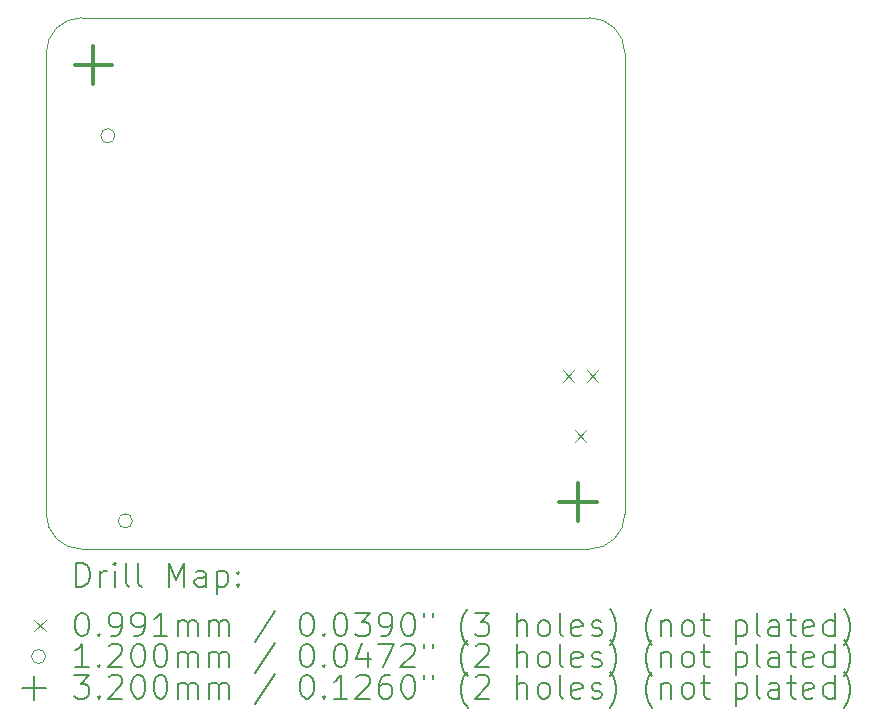
<source format=gbr>
%TF.GenerationSoftware,KiCad,Pcbnew,7.0.8*%
%TF.CreationDate,2023-12-02T17:36:30-07:00*%
%TF.ProjectId,sdm24wheel,73646d32-3477-4686-9565-6c2e6b696361,v1*%
%TF.SameCoordinates,Original*%
%TF.FileFunction,Drillmap*%
%TF.FilePolarity,Positive*%
%FSLAX45Y45*%
G04 Gerber Fmt 4.5, Leading zero omitted, Abs format (unit mm)*
G04 Created by KiCad (PCBNEW 7.0.8) date 2023-12-02 17:36:30*
%MOMM*%
%LPD*%
G01*
G04 APERTURE LIST*
%ADD10C,0.100000*%
%ADD11C,0.200000*%
%ADD12C,0.099060*%
%ADD13C,0.120000*%
%ADD14C,0.320000*%
G04 APERTURE END LIST*
D10*
X15400000Y-7100000D02*
X19700000Y-7100000D01*
X19700000Y-11600000D02*
G75*
G03*
X20000000Y-11300000I0J300000D01*
G01*
X15400000Y-7100000D02*
G75*
G03*
X15100000Y-7400000I0J-300000D01*
G01*
X15100000Y-7400000D02*
X15100000Y-11300000D01*
X20000000Y-7400000D02*
G75*
G03*
X19700000Y-7100000I-300000J0D01*
G01*
X15400000Y-11600000D02*
X19700000Y-11600000D01*
X15100000Y-11300000D02*
G75*
G03*
X15400000Y-11600000I300000J0D01*
G01*
X20000000Y-11300000D02*
X20000000Y-7400000D01*
D11*
D12*
X19472370Y-10083470D02*
X19571430Y-10182530D01*
X19571430Y-10083470D02*
X19472370Y-10182530D01*
X19573970Y-10591470D02*
X19673030Y-10690530D01*
X19673030Y-10591470D02*
X19573970Y-10690530D01*
X19675570Y-10083470D02*
X19774630Y-10182530D01*
X19774630Y-10083470D02*
X19675570Y-10182530D01*
D13*
X15682500Y-8100000D02*
G75*
G03*
X15682500Y-8100000I-60000J0D01*
G01*
X15830000Y-11360000D02*
G75*
G03*
X15830000Y-11360000I-60000J0D01*
G01*
D14*
X15500000Y-7340000D02*
X15500000Y-7660000D01*
X15340000Y-7500000D02*
X15660000Y-7500000D01*
X19600000Y-11040000D02*
X19600000Y-11360000D01*
X19440000Y-11200000D02*
X19760000Y-11200000D01*
D11*
X15355777Y-11916484D02*
X15355777Y-11716484D01*
X15355777Y-11716484D02*
X15403396Y-11716484D01*
X15403396Y-11716484D02*
X15431967Y-11726008D01*
X15431967Y-11726008D02*
X15451015Y-11745055D01*
X15451015Y-11745055D02*
X15460539Y-11764103D01*
X15460539Y-11764103D02*
X15470062Y-11802198D01*
X15470062Y-11802198D02*
X15470062Y-11830769D01*
X15470062Y-11830769D02*
X15460539Y-11868865D01*
X15460539Y-11868865D02*
X15451015Y-11887912D01*
X15451015Y-11887912D02*
X15431967Y-11906960D01*
X15431967Y-11906960D02*
X15403396Y-11916484D01*
X15403396Y-11916484D02*
X15355777Y-11916484D01*
X15555777Y-11916484D02*
X15555777Y-11783150D01*
X15555777Y-11821246D02*
X15565301Y-11802198D01*
X15565301Y-11802198D02*
X15574824Y-11792674D01*
X15574824Y-11792674D02*
X15593872Y-11783150D01*
X15593872Y-11783150D02*
X15612920Y-11783150D01*
X15679586Y-11916484D02*
X15679586Y-11783150D01*
X15679586Y-11716484D02*
X15670062Y-11726008D01*
X15670062Y-11726008D02*
X15679586Y-11735531D01*
X15679586Y-11735531D02*
X15689110Y-11726008D01*
X15689110Y-11726008D02*
X15679586Y-11716484D01*
X15679586Y-11716484D02*
X15679586Y-11735531D01*
X15803396Y-11916484D02*
X15784348Y-11906960D01*
X15784348Y-11906960D02*
X15774824Y-11887912D01*
X15774824Y-11887912D02*
X15774824Y-11716484D01*
X15908158Y-11916484D02*
X15889110Y-11906960D01*
X15889110Y-11906960D02*
X15879586Y-11887912D01*
X15879586Y-11887912D02*
X15879586Y-11716484D01*
X16136729Y-11916484D02*
X16136729Y-11716484D01*
X16136729Y-11716484D02*
X16203396Y-11859341D01*
X16203396Y-11859341D02*
X16270062Y-11716484D01*
X16270062Y-11716484D02*
X16270062Y-11916484D01*
X16451015Y-11916484D02*
X16451015Y-11811722D01*
X16451015Y-11811722D02*
X16441491Y-11792674D01*
X16441491Y-11792674D02*
X16422443Y-11783150D01*
X16422443Y-11783150D02*
X16384348Y-11783150D01*
X16384348Y-11783150D02*
X16365301Y-11792674D01*
X16451015Y-11906960D02*
X16431967Y-11916484D01*
X16431967Y-11916484D02*
X16384348Y-11916484D01*
X16384348Y-11916484D02*
X16365301Y-11906960D01*
X16365301Y-11906960D02*
X16355777Y-11887912D01*
X16355777Y-11887912D02*
X16355777Y-11868865D01*
X16355777Y-11868865D02*
X16365301Y-11849817D01*
X16365301Y-11849817D02*
X16384348Y-11840293D01*
X16384348Y-11840293D02*
X16431967Y-11840293D01*
X16431967Y-11840293D02*
X16451015Y-11830769D01*
X16546253Y-11783150D02*
X16546253Y-11983150D01*
X16546253Y-11792674D02*
X16565301Y-11783150D01*
X16565301Y-11783150D02*
X16603396Y-11783150D01*
X16603396Y-11783150D02*
X16622443Y-11792674D01*
X16622443Y-11792674D02*
X16631967Y-11802198D01*
X16631967Y-11802198D02*
X16641491Y-11821246D01*
X16641491Y-11821246D02*
X16641491Y-11878388D01*
X16641491Y-11878388D02*
X16631967Y-11897436D01*
X16631967Y-11897436D02*
X16622443Y-11906960D01*
X16622443Y-11906960D02*
X16603396Y-11916484D01*
X16603396Y-11916484D02*
X16565301Y-11916484D01*
X16565301Y-11916484D02*
X16546253Y-11906960D01*
X16727205Y-11897436D02*
X16736729Y-11906960D01*
X16736729Y-11906960D02*
X16727205Y-11916484D01*
X16727205Y-11916484D02*
X16717682Y-11906960D01*
X16717682Y-11906960D02*
X16727205Y-11897436D01*
X16727205Y-11897436D02*
X16727205Y-11916484D01*
X16727205Y-11792674D02*
X16736729Y-11802198D01*
X16736729Y-11802198D02*
X16727205Y-11811722D01*
X16727205Y-11811722D02*
X16717682Y-11802198D01*
X16717682Y-11802198D02*
X16727205Y-11792674D01*
X16727205Y-11792674D02*
X16727205Y-11811722D01*
D12*
X14995940Y-12195470D02*
X15095000Y-12294530D01*
X15095000Y-12195470D02*
X14995940Y-12294530D01*
D11*
X15393872Y-12136484D02*
X15412920Y-12136484D01*
X15412920Y-12136484D02*
X15431967Y-12146008D01*
X15431967Y-12146008D02*
X15441491Y-12155531D01*
X15441491Y-12155531D02*
X15451015Y-12174579D01*
X15451015Y-12174579D02*
X15460539Y-12212674D01*
X15460539Y-12212674D02*
X15460539Y-12260293D01*
X15460539Y-12260293D02*
X15451015Y-12298388D01*
X15451015Y-12298388D02*
X15441491Y-12317436D01*
X15441491Y-12317436D02*
X15431967Y-12326960D01*
X15431967Y-12326960D02*
X15412920Y-12336484D01*
X15412920Y-12336484D02*
X15393872Y-12336484D01*
X15393872Y-12336484D02*
X15374824Y-12326960D01*
X15374824Y-12326960D02*
X15365301Y-12317436D01*
X15365301Y-12317436D02*
X15355777Y-12298388D01*
X15355777Y-12298388D02*
X15346253Y-12260293D01*
X15346253Y-12260293D02*
X15346253Y-12212674D01*
X15346253Y-12212674D02*
X15355777Y-12174579D01*
X15355777Y-12174579D02*
X15365301Y-12155531D01*
X15365301Y-12155531D02*
X15374824Y-12146008D01*
X15374824Y-12146008D02*
X15393872Y-12136484D01*
X15546253Y-12317436D02*
X15555777Y-12326960D01*
X15555777Y-12326960D02*
X15546253Y-12336484D01*
X15546253Y-12336484D02*
X15536729Y-12326960D01*
X15536729Y-12326960D02*
X15546253Y-12317436D01*
X15546253Y-12317436D02*
X15546253Y-12336484D01*
X15651015Y-12336484D02*
X15689110Y-12336484D01*
X15689110Y-12336484D02*
X15708158Y-12326960D01*
X15708158Y-12326960D02*
X15717682Y-12317436D01*
X15717682Y-12317436D02*
X15736729Y-12288865D01*
X15736729Y-12288865D02*
X15746253Y-12250769D01*
X15746253Y-12250769D02*
X15746253Y-12174579D01*
X15746253Y-12174579D02*
X15736729Y-12155531D01*
X15736729Y-12155531D02*
X15727205Y-12146008D01*
X15727205Y-12146008D02*
X15708158Y-12136484D01*
X15708158Y-12136484D02*
X15670062Y-12136484D01*
X15670062Y-12136484D02*
X15651015Y-12146008D01*
X15651015Y-12146008D02*
X15641491Y-12155531D01*
X15641491Y-12155531D02*
X15631967Y-12174579D01*
X15631967Y-12174579D02*
X15631967Y-12222198D01*
X15631967Y-12222198D02*
X15641491Y-12241246D01*
X15641491Y-12241246D02*
X15651015Y-12250769D01*
X15651015Y-12250769D02*
X15670062Y-12260293D01*
X15670062Y-12260293D02*
X15708158Y-12260293D01*
X15708158Y-12260293D02*
X15727205Y-12250769D01*
X15727205Y-12250769D02*
X15736729Y-12241246D01*
X15736729Y-12241246D02*
X15746253Y-12222198D01*
X15841491Y-12336484D02*
X15879586Y-12336484D01*
X15879586Y-12336484D02*
X15898634Y-12326960D01*
X15898634Y-12326960D02*
X15908158Y-12317436D01*
X15908158Y-12317436D02*
X15927205Y-12288865D01*
X15927205Y-12288865D02*
X15936729Y-12250769D01*
X15936729Y-12250769D02*
X15936729Y-12174579D01*
X15936729Y-12174579D02*
X15927205Y-12155531D01*
X15927205Y-12155531D02*
X15917682Y-12146008D01*
X15917682Y-12146008D02*
X15898634Y-12136484D01*
X15898634Y-12136484D02*
X15860539Y-12136484D01*
X15860539Y-12136484D02*
X15841491Y-12146008D01*
X15841491Y-12146008D02*
X15831967Y-12155531D01*
X15831967Y-12155531D02*
X15822443Y-12174579D01*
X15822443Y-12174579D02*
X15822443Y-12222198D01*
X15822443Y-12222198D02*
X15831967Y-12241246D01*
X15831967Y-12241246D02*
X15841491Y-12250769D01*
X15841491Y-12250769D02*
X15860539Y-12260293D01*
X15860539Y-12260293D02*
X15898634Y-12260293D01*
X15898634Y-12260293D02*
X15917682Y-12250769D01*
X15917682Y-12250769D02*
X15927205Y-12241246D01*
X15927205Y-12241246D02*
X15936729Y-12222198D01*
X16127205Y-12336484D02*
X16012920Y-12336484D01*
X16070062Y-12336484D02*
X16070062Y-12136484D01*
X16070062Y-12136484D02*
X16051015Y-12165055D01*
X16051015Y-12165055D02*
X16031967Y-12184103D01*
X16031967Y-12184103D02*
X16012920Y-12193627D01*
X16212920Y-12336484D02*
X16212920Y-12203150D01*
X16212920Y-12222198D02*
X16222443Y-12212674D01*
X16222443Y-12212674D02*
X16241491Y-12203150D01*
X16241491Y-12203150D02*
X16270063Y-12203150D01*
X16270063Y-12203150D02*
X16289110Y-12212674D01*
X16289110Y-12212674D02*
X16298634Y-12231722D01*
X16298634Y-12231722D02*
X16298634Y-12336484D01*
X16298634Y-12231722D02*
X16308158Y-12212674D01*
X16308158Y-12212674D02*
X16327205Y-12203150D01*
X16327205Y-12203150D02*
X16355777Y-12203150D01*
X16355777Y-12203150D02*
X16374824Y-12212674D01*
X16374824Y-12212674D02*
X16384348Y-12231722D01*
X16384348Y-12231722D02*
X16384348Y-12336484D01*
X16479586Y-12336484D02*
X16479586Y-12203150D01*
X16479586Y-12222198D02*
X16489110Y-12212674D01*
X16489110Y-12212674D02*
X16508158Y-12203150D01*
X16508158Y-12203150D02*
X16536729Y-12203150D01*
X16536729Y-12203150D02*
X16555777Y-12212674D01*
X16555777Y-12212674D02*
X16565301Y-12231722D01*
X16565301Y-12231722D02*
X16565301Y-12336484D01*
X16565301Y-12231722D02*
X16574824Y-12212674D01*
X16574824Y-12212674D02*
X16593872Y-12203150D01*
X16593872Y-12203150D02*
X16622443Y-12203150D01*
X16622443Y-12203150D02*
X16641491Y-12212674D01*
X16641491Y-12212674D02*
X16651015Y-12231722D01*
X16651015Y-12231722D02*
X16651015Y-12336484D01*
X17041491Y-12126960D02*
X16870063Y-12384103D01*
X17298634Y-12136484D02*
X17317682Y-12136484D01*
X17317682Y-12136484D02*
X17336729Y-12146008D01*
X17336729Y-12146008D02*
X17346253Y-12155531D01*
X17346253Y-12155531D02*
X17355777Y-12174579D01*
X17355777Y-12174579D02*
X17365301Y-12212674D01*
X17365301Y-12212674D02*
X17365301Y-12260293D01*
X17365301Y-12260293D02*
X17355777Y-12298388D01*
X17355777Y-12298388D02*
X17346253Y-12317436D01*
X17346253Y-12317436D02*
X17336729Y-12326960D01*
X17336729Y-12326960D02*
X17317682Y-12336484D01*
X17317682Y-12336484D02*
X17298634Y-12336484D01*
X17298634Y-12336484D02*
X17279587Y-12326960D01*
X17279587Y-12326960D02*
X17270063Y-12317436D01*
X17270063Y-12317436D02*
X17260539Y-12298388D01*
X17260539Y-12298388D02*
X17251015Y-12260293D01*
X17251015Y-12260293D02*
X17251015Y-12212674D01*
X17251015Y-12212674D02*
X17260539Y-12174579D01*
X17260539Y-12174579D02*
X17270063Y-12155531D01*
X17270063Y-12155531D02*
X17279587Y-12146008D01*
X17279587Y-12146008D02*
X17298634Y-12136484D01*
X17451015Y-12317436D02*
X17460539Y-12326960D01*
X17460539Y-12326960D02*
X17451015Y-12336484D01*
X17451015Y-12336484D02*
X17441491Y-12326960D01*
X17441491Y-12326960D02*
X17451015Y-12317436D01*
X17451015Y-12317436D02*
X17451015Y-12336484D01*
X17584348Y-12136484D02*
X17603396Y-12136484D01*
X17603396Y-12136484D02*
X17622444Y-12146008D01*
X17622444Y-12146008D02*
X17631968Y-12155531D01*
X17631968Y-12155531D02*
X17641491Y-12174579D01*
X17641491Y-12174579D02*
X17651015Y-12212674D01*
X17651015Y-12212674D02*
X17651015Y-12260293D01*
X17651015Y-12260293D02*
X17641491Y-12298388D01*
X17641491Y-12298388D02*
X17631968Y-12317436D01*
X17631968Y-12317436D02*
X17622444Y-12326960D01*
X17622444Y-12326960D02*
X17603396Y-12336484D01*
X17603396Y-12336484D02*
X17584348Y-12336484D01*
X17584348Y-12336484D02*
X17565301Y-12326960D01*
X17565301Y-12326960D02*
X17555777Y-12317436D01*
X17555777Y-12317436D02*
X17546253Y-12298388D01*
X17546253Y-12298388D02*
X17536729Y-12260293D01*
X17536729Y-12260293D02*
X17536729Y-12212674D01*
X17536729Y-12212674D02*
X17546253Y-12174579D01*
X17546253Y-12174579D02*
X17555777Y-12155531D01*
X17555777Y-12155531D02*
X17565301Y-12146008D01*
X17565301Y-12146008D02*
X17584348Y-12136484D01*
X17717682Y-12136484D02*
X17841491Y-12136484D01*
X17841491Y-12136484D02*
X17774825Y-12212674D01*
X17774825Y-12212674D02*
X17803396Y-12212674D01*
X17803396Y-12212674D02*
X17822444Y-12222198D01*
X17822444Y-12222198D02*
X17831968Y-12231722D01*
X17831968Y-12231722D02*
X17841491Y-12250769D01*
X17841491Y-12250769D02*
X17841491Y-12298388D01*
X17841491Y-12298388D02*
X17831968Y-12317436D01*
X17831968Y-12317436D02*
X17822444Y-12326960D01*
X17822444Y-12326960D02*
X17803396Y-12336484D01*
X17803396Y-12336484D02*
X17746253Y-12336484D01*
X17746253Y-12336484D02*
X17727206Y-12326960D01*
X17727206Y-12326960D02*
X17717682Y-12317436D01*
X17936729Y-12336484D02*
X17974825Y-12336484D01*
X17974825Y-12336484D02*
X17993872Y-12326960D01*
X17993872Y-12326960D02*
X18003396Y-12317436D01*
X18003396Y-12317436D02*
X18022444Y-12288865D01*
X18022444Y-12288865D02*
X18031968Y-12250769D01*
X18031968Y-12250769D02*
X18031968Y-12174579D01*
X18031968Y-12174579D02*
X18022444Y-12155531D01*
X18022444Y-12155531D02*
X18012920Y-12146008D01*
X18012920Y-12146008D02*
X17993872Y-12136484D01*
X17993872Y-12136484D02*
X17955777Y-12136484D01*
X17955777Y-12136484D02*
X17936729Y-12146008D01*
X17936729Y-12146008D02*
X17927206Y-12155531D01*
X17927206Y-12155531D02*
X17917682Y-12174579D01*
X17917682Y-12174579D02*
X17917682Y-12222198D01*
X17917682Y-12222198D02*
X17927206Y-12241246D01*
X17927206Y-12241246D02*
X17936729Y-12250769D01*
X17936729Y-12250769D02*
X17955777Y-12260293D01*
X17955777Y-12260293D02*
X17993872Y-12260293D01*
X17993872Y-12260293D02*
X18012920Y-12250769D01*
X18012920Y-12250769D02*
X18022444Y-12241246D01*
X18022444Y-12241246D02*
X18031968Y-12222198D01*
X18155777Y-12136484D02*
X18174825Y-12136484D01*
X18174825Y-12136484D02*
X18193872Y-12146008D01*
X18193872Y-12146008D02*
X18203396Y-12155531D01*
X18203396Y-12155531D02*
X18212920Y-12174579D01*
X18212920Y-12174579D02*
X18222444Y-12212674D01*
X18222444Y-12212674D02*
X18222444Y-12260293D01*
X18222444Y-12260293D02*
X18212920Y-12298388D01*
X18212920Y-12298388D02*
X18203396Y-12317436D01*
X18203396Y-12317436D02*
X18193872Y-12326960D01*
X18193872Y-12326960D02*
X18174825Y-12336484D01*
X18174825Y-12336484D02*
X18155777Y-12336484D01*
X18155777Y-12336484D02*
X18136729Y-12326960D01*
X18136729Y-12326960D02*
X18127206Y-12317436D01*
X18127206Y-12317436D02*
X18117682Y-12298388D01*
X18117682Y-12298388D02*
X18108158Y-12260293D01*
X18108158Y-12260293D02*
X18108158Y-12212674D01*
X18108158Y-12212674D02*
X18117682Y-12174579D01*
X18117682Y-12174579D02*
X18127206Y-12155531D01*
X18127206Y-12155531D02*
X18136729Y-12146008D01*
X18136729Y-12146008D02*
X18155777Y-12136484D01*
X18298634Y-12136484D02*
X18298634Y-12174579D01*
X18374825Y-12136484D02*
X18374825Y-12174579D01*
X18670063Y-12412674D02*
X18660539Y-12403150D01*
X18660539Y-12403150D02*
X18641491Y-12374579D01*
X18641491Y-12374579D02*
X18631968Y-12355531D01*
X18631968Y-12355531D02*
X18622444Y-12326960D01*
X18622444Y-12326960D02*
X18612920Y-12279341D01*
X18612920Y-12279341D02*
X18612920Y-12241246D01*
X18612920Y-12241246D02*
X18622444Y-12193627D01*
X18622444Y-12193627D02*
X18631968Y-12165055D01*
X18631968Y-12165055D02*
X18641491Y-12146008D01*
X18641491Y-12146008D02*
X18660539Y-12117436D01*
X18660539Y-12117436D02*
X18670063Y-12107912D01*
X18727206Y-12136484D02*
X18851015Y-12136484D01*
X18851015Y-12136484D02*
X18784349Y-12212674D01*
X18784349Y-12212674D02*
X18812920Y-12212674D01*
X18812920Y-12212674D02*
X18831968Y-12222198D01*
X18831968Y-12222198D02*
X18841491Y-12231722D01*
X18841491Y-12231722D02*
X18851015Y-12250769D01*
X18851015Y-12250769D02*
X18851015Y-12298388D01*
X18851015Y-12298388D02*
X18841491Y-12317436D01*
X18841491Y-12317436D02*
X18831968Y-12326960D01*
X18831968Y-12326960D02*
X18812920Y-12336484D01*
X18812920Y-12336484D02*
X18755777Y-12336484D01*
X18755777Y-12336484D02*
X18736730Y-12326960D01*
X18736730Y-12326960D02*
X18727206Y-12317436D01*
X19089111Y-12336484D02*
X19089111Y-12136484D01*
X19174825Y-12336484D02*
X19174825Y-12231722D01*
X19174825Y-12231722D02*
X19165301Y-12212674D01*
X19165301Y-12212674D02*
X19146253Y-12203150D01*
X19146253Y-12203150D02*
X19117682Y-12203150D01*
X19117682Y-12203150D02*
X19098634Y-12212674D01*
X19098634Y-12212674D02*
X19089111Y-12222198D01*
X19298634Y-12336484D02*
X19279587Y-12326960D01*
X19279587Y-12326960D02*
X19270063Y-12317436D01*
X19270063Y-12317436D02*
X19260539Y-12298388D01*
X19260539Y-12298388D02*
X19260539Y-12241246D01*
X19260539Y-12241246D02*
X19270063Y-12222198D01*
X19270063Y-12222198D02*
X19279587Y-12212674D01*
X19279587Y-12212674D02*
X19298634Y-12203150D01*
X19298634Y-12203150D02*
X19327206Y-12203150D01*
X19327206Y-12203150D02*
X19346253Y-12212674D01*
X19346253Y-12212674D02*
X19355777Y-12222198D01*
X19355777Y-12222198D02*
X19365301Y-12241246D01*
X19365301Y-12241246D02*
X19365301Y-12298388D01*
X19365301Y-12298388D02*
X19355777Y-12317436D01*
X19355777Y-12317436D02*
X19346253Y-12326960D01*
X19346253Y-12326960D02*
X19327206Y-12336484D01*
X19327206Y-12336484D02*
X19298634Y-12336484D01*
X19479587Y-12336484D02*
X19460539Y-12326960D01*
X19460539Y-12326960D02*
X19451015Y-12307912D01*
X19451015Y-12307912D02*
X19451015Y-12136484D01*
X19631968Y-12326960D02*
X19612920Y-12336484D01*
X19612920Y-12336484D02*
X19574825Y-12336484D01*
X19574825Y-12336484D02*
X19555777Y-12326960D01*
X19555777Y-12326960D02*
X19546253Y-12307912D01*
X19546253Y-12307912D02*
X19546253Y-12231722D01*
X19546253Y-12231722D02*
X19555777Y-12212674D01*
X19555777Y-12212674D02*
X19574825Y-12203150D01*
X19574825Y-12203150D02*
X19612920Y-12203150D01*
X19612920Y-12203150D02*
X19631968Y-12212674D01*
X19631968Y-12212674D02*
X19641492Y-12231722D01*
X19641492Y-12231722D02*
X19641492Y-12250769D01*
X19641492Y-12250769D02*
X19546253Y-12269817D01*
X19717682Y-12326960D02*
X19736730Y-12336484D01*
X19736730Y-12336484D02*
X19774825Y-12336484D01*
X19774825Y-12336484D02*
X19793873Y-12326960D01*
X19793873Y-12326960D02*
X19803396Y-12307912D01*
X19803396Y-12307912D02*
X19803396Y-12298388D01*
X19803396Y-12298388D02*
X19793873Y-12279341D01*
X19793873Y-12279341D02*
X19774825Y-12269817D01*
X19774825Y-12269817D02*
X19746253Y-12269817D01*
X19746253Y-12269817D02*
X19727206Y-12260293D01*
X19727206Y-12260293D02*
X19717682Y-12241246D01*
X19717682Y-12241246D02*
X19717682Y-12231722D01*
X19717682Y-12231722D02*
X19727206Y-12212674D01*
X19727206Y-12212674D02*
X19746253Y-12203150D01*
X19746253Y-12203150D02*
X19774825Y-12203150D01*
X19774825Y-12203150D02*
X19793873Y-12212674D01*
X19870063Y-12412674D02*
X19879587Y-12403150D01*
X19879587Y-12403150D02*
X19898634Y-12374579D01*
X19898634Y-12374579D02*
X19908158Y-12355531D01*
X19908158Y-12355531D02*
X19917682Y-12326960D01*
X19917682Y-12326960D02*
X19927206Y-12279341D01*
X19927206Y-12279341D02*
X19927206Y-12241246D01*
X19927206Y-12241246D02*
X19917682Y-12193627D01*
X19917682Y-12193627D02*
X19908158Y-12165055D01*
X19908158Y-12165055D02*
X19898634Y-12146008D01*
X19898634Y-12146008D02*
X19879587Y-12117436D01*
X19879587Y-12117436D02*
X19870063Y-12107912D01*
X20231968Y-12412674D02*
X20222444Y-12403150D01*
X20222444Y-12403150D02*
X20203396Y-12374579D01*
X20203396Y-12374579D02*
X20193873Y-12355531D01*
X20193873Y-12355531D02*
X20184349Y-12326960D01*
X20184349Y-12326960D02*
X20174825Y-12279341D01*
X20174825Y-12279341D02*
X20174825Y-12241246D01*
X20174825Y-12241246D02*
X20184349Y-12193627D01*
X20184349Y-12193627D02*
X20193873Y-12165055D01*
X20193873Y-12165055D02*
X20203396Y-12146008D01*
X20203396Y-12146008D02*
X20222444Y-12117436D01*
X20222444Y-12117436D02*
X20231968Y-12107912D01*
X20308158Y-12203150D02*
X20308158Y-12336484D01*
X20308158Y-12222198D02*
X20317682Y-12212674D01*
X20317682Y-12212674D02*
X20336730Y-12203150D01*
X20336730Y-12203150D02*
X20365301Y-12203150D01*
X20365301Y-12203150D02*
X20384349Y-12212674D01*
X20384349Y-12212674D02*
X20393873Y-12231722D01*
X20393873Y-12231722D02*
X20393873Y-12336484D01*
X20517682Y-12336484D02*
X20498634Y-12326960D01*
X20498634Y-12326960D02*
X20489111Y-12317436D01*
X20489111Y-12317436D02*
X20479587Y-12298388D01*
X20479587Y-12298388D02*
X20479587Y-12241246D01*
X20479587Y-12241246D02*
X20489111Y-12222198D01*
X20489111Y-12222198D02*
X20498634Y-12212674D01*
X20498634Y-12212674D02*
X20517682Y-12203150D01*
X20517682Y-12203150D02*
X20546254Y-12203150D01*
X20546254Y-12203150D02*
X20565301Y-12212674D01*
X20565301Y-12212674D02*
X20574825Y-12222198D01*
X20574825Y-12222198D02*
X20584349Y-12241246D01*
X20584349Y-12241246D02*
X20584349Y-12298388D01*
X20584349Y-12298388D02*
X20574825Y-12317436D01*
X20574825Y-12317436D02*
X20565301Y-12326960D01*
X20565301Y-12326960D02*
X20546254Y-12336484D01*
X20546254Y-12336484D02*
X20517682Y-12336484D01*
X20641492Y-12203150D02*
X20717682Y-12203150D01*
X20670063Y-12136484D02*
X20670063Y-12307912D01*
X20670063Y-12307912D02*
X20679587Y-12326960D01*
X20679587Y-12326960D02*
X20698634Y-12336484D01*
X20698634Y-12336484D02*
X20717682Y-12336484D01*
X20936730Y-12203150D02*
X20936730Y-12403150D01*
X20936730Y-12212674D02*
X20955777Y-12203150D01*
X20955777Y-12203150D02*
X20993873Y-12203150D01*
X20993873Y-12203150D02*
X21012920Y-12212674D01*
X21012920Y-12212674D02*
X21022444Y-12222198D01*
X21022444Y-12222198D02*
X21031968Y-12241246D01*
X21031968Y-12241246D02*
X21031968Y-12298388D01*
X21031968Y-12298388D02*
X21022444Y-12317436D01*
X21022444Y-12317436D02*
X21012920Y-12326960D01*
X21012920Y-12326960D02*
X20993873Y-12336484D01*
X20993873Y-12336484D02*
X20955777Y-12336484D01*
X20955777Y-12336484D02*
X20936730Y-12326960D01*
X21146254Y-12336484D02*
X21127206Y-12326960D01*
X21127206Y-12326960D02*
X21117682Y-12307912D01*
X21117682Y-12307912D02*
X21117682Y-12136484D01*
X21308158Y-12336484D02*
X21308158Y-12231722D01*
X21308158Y-12231722D02*
X21298635Y-12212674D01*
X21298635Y-12212674D02*
X21279587Y-12203150D01*
X21279587Y-12203150D02*
X21241492Y-12203150D01*
X21241492Y-12203150D02*
X21222444Y-12212674D01*
X21308158Y-12326960D02*
X21289111Y-12336484D01*
X21289111Y-12336484D02*
X21241492Y-12336484D01*
X21241492Y-12336484D02*
X21222444Y-12326960D01*
X21222444Y-12326960D02*
X21212920Y-12307912D01*
X21212920Y-12307912D02*
X21212920Y-12288865D01*
X21212920Y-12288865D02*
X21222444Y-12269817D01*
X21222444Y-12269817D02*
X21241492Y-12260293D01*
X21241492Y-12260293D02*
X21289111Y-12260293D01*
X21289111Y-12260293D02*
X21308158Y-12250769D01*
X21374825Y-12203150D02*
X21451015Y-12203150D01*
X21403396Y-12136484D02*
X21403396Y-12307912D01*
X21403396Y-12307912D02*
X21412920Y-12326960D01*
X21412920Y-12326960D02*
X21431968Y-12336484D01*
X21431968Y-12336484D02*
X21451015Y-12336484D01*
X21593873Y-12326960D02*
X21574825Y-12336484D01*
X21574825Y-12336484D02*
X21536730Y-12336484D01*
X21536730Y-12336484D02*
X21517682Y-12326960D01*
X21517682Y-12326960D02*
X21508158Y-12307912D01*
X21508158Y-12307912D02*
X21508158Y-12231722D01*
X21508158Y-12231722D02*
X21517682Y-12212674D01*
X21517682Y-12212674D02*
X21536730Y-12203150D01*
X21536730Y-12203150D02*
X21574825Y-12203150D01*
X21574825Y-12203150D02*
X21593873Y-12212674D01*
X21593873Y-12212674D02*
X21603396Y-12231722D01*
X21603396Y-12231722D02*
X21603396Y-12250769D01*
X21603396Y-12250769D02*
X21508158Y-12269817D01*
X21774825Y-12336484D02*
X21774825Y-12136484D01*
X21774825Y-12326960D02*
X21755777Y-12336484D01*
X21755777Y-12336484D02*
X21717682Y-12336484D01*
X21717682Y-12336484D02*
X21698635Y-12326960D01*
X21698635Y-12326960D02*
X21689111Y-12317436D01*
X21689111Y-12317436D02*
X21679587Y-12298388D01*
X21679587Y-12298388D02*
X21679587Y-12241246D01*
X21679587Y-12241246D02*
X21689111Y-12222198D01*
X21689111Y-12222198D02*
X21698635Y-12212674D01*
X21698635Y-12212674D02*
X21717682Y-12203150D01*
X21717682Y-12203150D02*
X21755777Y-12203150D01*
X21755777Y-12203150D02*
X21774825Y-12212674D01*
X21851016Y-12412674D02*
X21860539Y-12403150D01*
X21860539Y-12403150D02*
X21879587Y-12374579D01*
X21879587Y-12374579D02*
X21889111Y-12355531D01*
X21889111Y-12355531D02*
X21898635Y-12326960D01*
X21898635Y-12326960D02*
X21908158Y-12279341D01*
X21908158Y-12279341D02*
X21908158Y-12241246D01*
X21908158Y-12241246D02*
X21898635Y-12193627D01*
X21898635Y-12193627D02*
X21889111Y-12165055D01*
X21889111Y-12165055D02*
X21879587Y-12146008D01*
X21879587Y-12146008D02*
X21860539Y-12117436D01*
X21860539Y-12117436D02*
X21851016Y-12107912D01*
D13*
X15095000Y-12509000D02*
G75*
G03*
X15095000Y-12509000I-60000J0D01*
G01*
D11*
X15460539Y-12600484D02*
X15346253Y-12600484D01*
X15403396Y-12600484D02*
X15403396Y-12400484D01*
X15403396Y-12400484D02*
X15384348Y-12429055D01*
X15384348Y-12429055D02*
X15365301Y-12448103D01*
X15365301Y-12448103D02*
X15346253Y-12457627D01*
X15546253Y-12581436D02*
X15555777Y-12590960D01*
X15555777Y-12590960D02*
X15546253Y-12600484D01*
X15546253Y-12600484D02*
X15536729Y-12590960D01*
X15536729Y-12590960D02*
X15546253Y-12581436D01*
X15546253Y-12581436D02*
X15546253Y-12600484D01*
X15631967Y-12419531D02*
X15641491Y-12410008D01*
X15641491Y-12410008D02*
X15660539Y-12400484D01*
X15660539Y-12400484D02*
X15708158Y-12400484D01*
X15708158Y-12400484D02*
X15727205Y-12410008D01*
X15727205Y-12410008D02*
X15736729Y-12419531D01*
X15736729Y-12419531D02*
X15746253Y-12438579D01*
X15746253Y-12438579D02*
X15746253Y-12457627D01*
X15746253Y-12457627D02*
X15736729Y-12486198D01*
X15736729Y-12486198D02*
X15622443Y-12600484D01*
X15622443Y-12600484D02*
X15746253Y-12600484D01*
X15870062Y-12400484D02*
X15889110Y-12400484D01*
X15889110Y-12400484D02*
X15908158Y-12410008D01*
X15908158Y-12410008D02*
X15917682Y-12419531D01*
X15917682Y-12419531D02*
X15927205Y-12438579D01*
X15927205Y-12438579D02*
X15936729Y-12476674D01*
X15936729Y-12476674D02*
X15936729Y-12524293D01*
X15936729Y-12524293D02*
X15927205Y-12562388D01*
X15927205Y-12562388D02*
X15917682Y-12581436D01*
X15917682Y-12581436D02*
X15908158Y-12590960D01*
X15908158Y-12590960D02*
X15889110Y-12600484D01*
X15889110Y-12600484D02*
X15870062Y-12600484D01*
X15870062Y-12600484D02*
X15851015Y-12590960D01*
X15851015Y-12590960D02*
X15841491Y-12581436D01*
X15841491Y-12581436D02*
X15831967Y-12562388D01*
X15831967Y-12562388D02*
X15822443Y-12524293D01*
X15822443Y-12524293D02*
X15822443Y-12476674D01*
X15822443Y-12476674D02*
X15831967Y-12438579D01*
X15831967Y-12438579D02*
X15841491Y-12419531D01*
X15841491Y-12419531D02*
X15851015Y-12410008D01*
X15851015Y-12410008D02*
X15870062Y-12400484D01*
X16060539Y-12400484D02*
X16079586Y-12400484D01*
X16079586Y-12400484D02*
X16098634Y-12410008D01*
X16098634Y-12410008D02*
X16108158Y-12419531D01*
X16108158Y-12419531D02*
X16117682Y-12438579D01*
X16117682Y-12438579D02*
X16127205Y-12476674D01*
X16127205Y-12476674D02*
X16127205Y-12524293D01*
X16127205Y-12524293D02*
X16117682Y-12562388D01*
X16117682Y-12562388D02*
X16108158Y-12581436D01*
X16108158Y-12581436D02*
X16098634Y-12590960D01*
X16098634Y-12590960D02*
X16079586Y-12600484D01*
X16079586Y-12600484D02*
X16060539Y-12600484D01*
X16060539Y-12600484D02*
X16041491Y-12590960D01*
X16041491Y-12590960D02*
X16031967Y-12581436D01*
X16031967Y-12581436D02*
X16022443Y-12562388D01*
X16022443Y-12562388D02*
X16012920Y-12524293D01*
X16012920Y-12524293D02*
X16012920Y-12476674D01*
X16012920Y-12476674D02*
X16022443Y-12438579D01*
X16022443Y-12438579D02*
X16031967Y-12419531D01*
X16031967Y-12419531D02*
X16041491Y-12410008D01*
X16041491Y-12410008D02*
X16060539Y-12400484D01*
X16212920Y-12600484D02*
X16212920Y-12467150D01*
X16212920Y-12486198D02*
X16222443Y-12476674D01*
X16222443Y-12476674D02*
X16241491Y-12467150D01*
X16241491Y-12467150D02*
X16270063Y-12467150D01*
X16270063Y-12467150D02*
X16289110Y-12476674D01*
X16289110Y-12476674D02*
X16298634Y-12495722D01*
X16298634Y-12495722D02*
X16298634Y-12600484D01*
X16298634Y-12495722D02*
X16308158Y-12476674D01*
X16308158Y-12476674D02*
X16327205Y-12467150D01*
X16327205Y-12467150D02*
X16355777Y-12467150D01*
X16355777Y-12467150D02*
X16374824Y-12476674D01*
X16374824Y-12476674D02*
X16384348Y-12495722D01*
X16384348Y-12495722D02*
X16384348Y-12600484D01*
X16479586Y-12600484D02*
X16479586Y-12467150D01*
X16479586Y-12486198D02*
X16489110Y-12476674D01*
X16489110Y-12476674D02*
X16508158Y-12467150D01*
X16508158Y-12467150D02*
X16536729Y-12467150D01*
X16536729Y-12467150D02*
X16555777Y-12476674D01*
X16555777Y-12476674D02*
X16565301Y-12495722D01*
X16565301Y-12495722D02*
X16565301Y-12600484D01*
X16565301Y-12495722D02*
X16574824Y-12476674D01*
X16574824Y-12476674D02*
X16593872Y-12467150D01*
X16593872Y-12467150D02*
X16622443Y-12467150D01*
X16622443Y-12467150D02*
X16641491Y-12476674D01*
X16641491Y-12476674D02*
X16651015Y-12495722D01*
X16651015Y-12495722D02*
X16651015Y-12600484D01*
X17041491Y-12390960D02*
X16870063Y-12648103D01*
X17298634Y-12400484D02*
X17317682Y-12400484D01*
X17317682Y-12400484D02*
X17336729Y-12410008D01*
X17336729Y-12410008D02*
X17346253Y-12419531D01*
X17346253Y-12419531D02*
X17355777Y-12438579D01*
X17355777Y-12438579D02*
X17365301Y-12476674D01*
X17365301Y-12476674D02*
X17365301Y-12524293D01*
X17365301Y-12524293D02*
X17355777Y-12562388D01*
X17355777Y-12562388D02*
X17346253Y-12581436D01*
X17346253Y-12581436D02*
X17336729Y-12590960D01*
X17336729Y-12590960D02*
X17317682Y-12600484D01*
X17317682Y-12600484D02*
X17298634Y-12600484D01*
X17298634Y-12600484D02*
X17279587Y-12590960D01*
X17279587Y-12590960D02*
X17270063Y-12581436D01*
X17270063Y-12581436D02*
X17260539Y-12562388D01*
X17260539Y-12562388D02*
X17251015Y-12524293D01*
X17251015Y-12524293D02*
X17251015Y-12476674D01*
X17251015Y-12476674D02*
X17260539Y-12438579D01*
X17260539Y-12438579D02*
X17270063Y-12419531D01*
X17270063Y-12419531D02*
X17279587Y-12410008D01*
X17279587Y-12410008D02*
X17298634Y-12400484D01*
X17451015Y-12581436D02*
X17460539Y-12590960D01*
X17460539Y-12590960D02*
X17451015Y-12600484D01*
X17451015Y-12600484D02*
X17441491Y-12590960D01*
X17441491Y-12590960D02*
X17451015Y-12581436D01*
X17451015Y-12581436D02*
X17451015Y-12600484D01*
X17584348Y-12400484D02*
X17603396Y-12400484D01*
X17603396Y-12400484D02*
X17622444Y-12410008D01*
X17622444Y-12410008D02*
X17631968Y-12419531D01*
X17631968Y-12419531D02*
X17641491Y-12438579D01*
X17641491Y-12438579D02*
X17651015Y-12476674D01*
X17651015Y-12476674D02*
X17651015Y-12524293D01*
X17651015Y-12524293D02*
X17641491Y-12562388D01*
X17641491Y-12562388D02*
X17631968Y-12581436D01*
X17631968Y-12581436D02*
X17622444Y-12590960D01*
X17622444Y-12590960D02*
X17603396Y-12600484D01*
X17603396Y-12600484D02*
X17584348Y-12600484D01*
X17584348Y-12600484D02*
X17565301Y-12590960D01*
X17565301Y-12590960D02*
X17555777Y-12581436D01*
X17555777Y-12581436D02*
X17546253Y-12562388D01*
X17546253Y-12562388D02*
X17536729Y-12524293D01*
X17536729Y-12524293D02*
X17536729Y-12476674D01*
X17536729Y-12476674D02*
X17546253Y-12438579D01*
X17546253Y-12438579D02*
X17555777Y-12419531D01*
X17555777Y-12419531D02*
X17565301Y-12410008D01*
X17565301Y-12410008D02*
X17584348Y-12400484D01*
X17822444Y-12467150D02*
X17822444Y-12600484D01*
X17774825Y-12390960D02*
X17727206Y-12533817D01*
X17727206Y-12533817D02*
X17851015Y-12533817D01*
X17908158Y-12400484D02*
X18041491Y-12400484D01*
X18041491Y-12400484D02*
X17955777Y-12600484D01*
X18108158Y-12419531D02*
X18117682Y-12410008D01*
X18117682Y-12410008D02*
X18136729Y-12400484D01*
X18136729Y-12400484D02*
X18184349Y-12400484D01*
X18184349Y-12400484D02*
X18203396Y-12410008D01*
X18203396Y-12410008D02*
X18212920Y-12419531D01*
X18212920Y-12419531D02*
X18222444Y-12438579D01*
X18222444Y-12438579D02*
X18222444Y-12457627D01*
X18222444Y-12457627D02*
X18212920Y-12486198D01*
X18212920Y-12486198D02*
X18098634Y-12600484D01*
X18098634Y-12600484D02*
X18222444Y-12600484D01*
X18298634Y-12400484D02*
X18298634Y-12438579D01*
X18374825Y-12400484D02*
X18374825Y-12438579D01*
X18670063Y-12676674D02*
X18660539Y-12667150D01*
X18660539Y-12667150D02*
X18641491Y-12638579D01*
X18641491Y-12638579D02*
X18631968Y-12619531D01*
X18631968Y-12619531D02*
X18622444Y-12590960D01*
X18622444Y-12590960D02*
X18612920Y-12543341D01*
X18612920Y-12543341D02*
X18612920Y-12505246D01*
X18612920Y-12505246D02*
X18622444Y-12457627D01*
X18622444Y-12457627D02*
X18631968Y-12429055D01*
X18631968Y-12429055D02*
X18641491Y-12410008D01*
X18641491Y-12410008D02*
X18660539Y-12381436D01*
X18660539Y-12381436D02*
X18670063Y-12371912D01*
X18736730Y-12419531D02*
X18746253Y-12410008D01*
X18746253Y-12410008D02*
X18765301Y-12400484D01*
X18765301Y-12400484D02*
X18812920Y-12400484D01*
X18812920Y-12400484D02*
X18831968Y-12410008D01*
X18831968Y-12410008D02*
X18841491Y-12419531D01*
X18841491Y-12419531D02*
X18851015Y-12438579D01*
X18851015Y-12438579D02*
X18851015Y-12457627D01*
X18851015Y-12457627D02*
X18841491Y-12486198D01*
X18841491Y-12486198D02*
X18727206Y-12600484D01*
X18727206Y-12600484D02*
X18851015Y-12600484D01*
X19089111Y-12600484D02*
X19089111Y-12400484D01*
X19174825Y-12600484D02*
X19174825Y-12495722D01*
X19174825Y-12495722D02*
X19165301Y-12476674D01*
X19165301Y-12476674D02*
X19146253Y-12467150D01*
X19146253Y-12467150D02*
X19117682Y-12467150D01*
X19117682Y-12467150D02*
X19098634Y-12476674D01*
X19098634Y-12476674D02*
X19089111Y-12486198D01*
X19298634Y-12600484D02*
X19279587Y-12590960D01*
X19279587Y-12590960D02*
X19270063Y-12581436D01*
X19270063Y-12581436D02*
X19260539Y-12562388D01*
X19260539Y-12562388D02*
X19260539Y-12505246D01*
X19260539Y-12505246D02*
X19270063Y-12486198D01*
X19270063Y-12486198D02*
X19279587Y-12476674D01*
X19279587Y-12476674D02*
X19298634Y-12467150D01*
X19298634Y-12467150D02*
X19327206Y-12467150D01*
X19327206Y-12467150D02*
X19346253Y-12476674D01*
X19346253Y-12476674D02*
X19355777Y-12486198D01*
X19355777Y-12486198D02*
X19365301Y-12505246D01*
X19365301Y-12505246D02*
X19365301Y-12562388D01*
X19365301Y-12562388D02*
X19355777Y-12581436D01*
X19355777Y-12581436D02*
X19346253Y-12590960D01*
X19346253Y-12590960D02*
X19327206Y-12600484D01*
X19327206Y-12600484D02*
X19298634Y-12600484D01*
X19479587Y-12600484D02*
X19460539Y-12590960D01*
X19460539Y-12590960D02*
X19451015Y-12571912D01*
X19451015Y-12571912D02*
X19451015Y-12400484D01*
X19631968Y-12590960D02*
X19612920Y-12600484D01*
X19612920Y-12600484D02*
X19574825Y-12600484D01*
X19574825Y-12600484D02*
X19555777Y-12590960D01*
X19555777Y-12590960D02*
X19546253Y-12571912D01*
X19546253Y-12571912D02*
X19546253Y-12495722D01*
X19546253Y-12495722D02*
X19555777Y-12476674D01*
X19555777Y-12476674D02*
X19574825Y-12467150D01*
X19574825Y-12467150D02*
X19612920Y-12467150D01*
X19612920Y-12467150D02*
X19631968Y-12476674D01*
X19631968Y-12476674D02*
X19641492Y-12495722D01*
X19641492Y-12495722D02*
X19641492Y-12514769D01*
X19641492Y-12514769D02*
X19546253Y-12533817D01*
X19717682Y-12590960D02*
X19736730Y-12600484D01*
X19736730Y-12600484D02*
X19774825Y-12600484D01*
X19774825Y-12600484D02*
X19793873Y-12590960D01*
X19793873Y-12590960D02*
X19803396Y-12571912D01*
X19803396Y-12571912D02*
X19803396Y-12562388D01*
X19803396Y-12562388D02*
X19793873Y-12543341D01*
X19793873Y-12543341D02*
X19774825Y-12533817D01*
X19774825Y-12533817D02*
X19746253Y-12533817D01*
X19746253Y-12533817D02*
X19727206Y-12524293D01*
X19727206Y-12524293D02*
X19717682Y-12505246D01*
X19717682Y-12505246D02*
X19717682Y-12495722D01*
X19717682Y-12495722D02*
X19727206Y-12476674D01*
X19727206Y-12476674D02*
X19746253Y-12467150D01*
X19746253Y-12467150D02*
X19774825Y-12467150D01*
X19774825Y-12467150D02*
X19793873Y-12476674D01*
X19870063Y-12676674D02*
X19879587Y-12667150D01*
X19879587Y-12667150D02*
X19898634Y-12638579D01*
X19898634Y-12638579D02*
X19908158Y-12619531D01*
X19908158Y-12619531D02*
X19917682Y-12590960D01*
X19917682Y-12590960D02*
X19927206Y-12543341D01*
X19927206Y-12543341D02*
X19927206Y-12505246D01*
X19927206Y-12505246D02*
X19917682Y-12457627D01*
X19917682Y-12457627D02*
X19908158Y-12429055D01*
X19908158Y-12429055D02*
X19898634Y-12410008D01*
X19898634Y-12410008D02*
X19879587Y-12381436D01*
X19879587Y-12381436D02*
X19870063Y-12371912D01*
X20231968Y-12676674D02*
X20222444Y-12667150D01*
X20222444Y-12667150D02*
X20203396Y-12638579D01*
X20203396Y-12638579D02*
X20193873Y-12619531D01*
X20193873Y-12619531D02*
X20184349Y-12590960D01*
X20184349Y-12590960D02*
X20174825Y-12543341D01*
X20174825Y-12543341D02*
X20174825Y-12505246D01*
X20174825Y-12505246D02*
X20184349Y-12457627D01*
X20184349Y-12457627D02*
X20193873Y-12429055D01*
X20193873Y-12429055D02*
X20203396Y-12410008D01*
X20203396Y-12410008D02*
X20222444Y-12381436D01*
X20222444Y-12381436D02*
X20231968Y-12371912D01*
X20308158Y-12467150D02*
X20308158Y-12600484D01*
X20308158Y-12486198D02*
X20317682Y-12476674D01*
X20317682Y-12476674D02*
X20336730Y-12467150D01*
X20336730Y-12467150D02*
X20365301Y-12467150D01*
X20365301Y-12467150D02*
X20384349Y-12476674D01*
X20384349Y-12476674D02*
X20393873Y-12495722D01*
X20393873Y-12495722D02*
X20393873Y-12600484D01*
X20517682Y-12600484D02*
X20498634Y-12590960D01*
X20498634Y-12590960D02*
X20489111Y-12581436D01*
X20489111Y-12581436D02*
X20479587Y-12562388D01*
X20479587Y-12562388D02*
X20479587Y-12505246D01*
X20479587Y-12505246D02*
X20489111Y-12486198D01*
X20489111Y-12486198D02*
X20498634Y-12476674D01*
X20498634Y-12476674D02*
X20517682Y-12467150D01*
X20517682Y-12467150D02*
X20546254Y-12467150D01*
X20546254Y-12467150D02*
X20565301Y-12476674D01*
X20565301Y-12476674D02*
X20574825Y-12486198D01*
X20574825Y-12486198D02*
X20584349Y-12505246D01*
X20584349Y-12505246D02*
X20584349Y-12562388D01*
X20584349Y-12562388D02*
X20574825Y-12581436D01*
X20574825Y-12581436D02*
X20565301Y-12590960D01*
X20565301Y-12590960D02*
X20546254Y-12600484D01*
X20546254Y-12600484D02*
X20517682Y-12600484D01*
X20641492Y-12467150D02*
X20717682Y-12467150D01*
X20670063Y-12400484D02*
X20670063Y-12571912D01*
X20670063Y-12571912D02*
X20679587Y-12590960D01*
X20679587Y-12590960D02*
X20698634Y-12600484D01*
X20698634Y-12600484D02*
X20717682Y-12600484D01*
X20936730Y-12467150D02*
X20936730Y-12667150D01*
X20936730Y-12476674D02*
X20955777Y-12467150D01*
X20955777Y-12467150D02*
X20993873Y-12467150D01*
X20993873Y-12467150D02*
X21012920Y-12476674D01*
X21012920Y-12476674D02*
X21022444Y-12486198D01*
X21022444Y-12486198D02*
X21031968Y-12505246D01*
X21031968Y-12505246D02*
X21031968Y-12562388D01*
X21031968Y-12562388D02*
X21022444Y-12581436D01*
X21022444Y-12581436D02*
X21012920Y-12590960D01*
X21012920Y-12590960D02*
X20993873Y-12600484D01*
X20993873Y-12600484D02*
X20955777Y-12600484D01*
X20955777Y-12600484D02*
X20936730Y-12590960D01*
X21146254Y-12600484D02*
X21127206Y-12590960D01*
X21127206Y-12590960D02*
X21117682Y-12571912D01*
X21117682Y-12571912D02*
X21117682Y-12400484D01*
X21308158Y-12600484D02*
X21308158Y-12495722D01*
X21308158Y-12495722D02*
X21298635Y-12476674D01*
X21298635Y-12476674D02*
X21279587Y-12467150D01*
X21279587Y-12467150D02*
X21241492Y-12467150D01*
X21241492Y-12467150D02*
X21222444Y-12476674D01*
X21308158Y-12590960D02*
X21289111Y-12600484D01*
X21289111Y-12600484D02*
X21241492Y-12600484D01*
X21241492Y-12600484D02*
X21222444Y-12590960D01*
X21222444Y-12590960D02*
X21212920Y-12571912D01*
X21212920Y-12571912D02*
X21212920Y-12552865D01*
X21212920Y-12552865D02*
X21222444Y-12533817D01*
X21222444Y-12533817D02*
X21241492Y-12524293D01*
X21241492Y-12524293D02*
X21289111Y-12524293D01*
X21289111Y-12524293D02*
X21308158Y-12514769D01*
X21374825Y-12467150D02*
X21451015Y-12467150D01*
X21403396Y-12400484D02*
X21403396Y-12571912D01*
X21403396Y-12571912D02*
X21412920Y-12590960D01*
X21412920Y-12590960D02*
X21431968Y-12600484D01*
X21431968Y-12600484D02*
X21451015Y-12600484D01*
X21593873Y-12590960D02*
X21574825Y-12600484D01*
X21574825Y-12600484D02*
X21536730Y-12600484D01*
X21536730Y-12600484D02*
X21517682Y-12590960D01*
X21517682Y-12590960D02*
X21508158Y-12571912D01*
X21508158Y-12571912D02*
X21508158Y-12495722D01*
X21508158Y-12495722D02*
X21517682Y-12476674D01*
X21517682Y-12476674D02*
X21536730Y-12467150D01*
X21536730Y-12467150D02*
X21574825Y-12467150D01*
X21574825Y-12467150D02*
X21593873Y-12476674D01*
X21593873Y-12476674D02*
X21603396Y-12495722D01*
X21603396Y-12495722D02*
X21603396Y-12514769D01*
X21603396Y-12514769D02*
X21508158Y-12533817D01*
X21774825Y-12600484D02*
X21774825Y-12400484D01*
X21774825Y-12590960D02*
X21755777Y-12600484D01*
X21755777Y-12600484D02*
X21717682Y-12600484D01*
X21717682Y-12600484D02*
X21698635Y-12590960D01*
X21698635Y-12590960D02*
X21689111Y-12581436D01*
X21689111Y-12581436D02*
X21679587Y-12562388D01*
X21679587Y-12562388D02*
X21679587Y-12505246D01*
X21679587Y-12505246D02*
X21689111Y-12486198D01*
X21689111Y-12486198D02*
X21698635Y-12476674D01*
X21698635Y-12476674D02*
X21717682Y-12467150D01*
X21717682Y-12467150D02*
X21755777Y-12467150D01*
X21755777Y-12467150D02*
X21774825Y-12476674D01*
X21851016Y-12676674D02*
X21860539Y-12667150D01*
X21860539Y-12667150D02*
X21879587Y-12638579D01*
X21879587Y-12638579D02*
X21889111Y-12619531D01*
X21889111Y-12619531D02*
X21898635Y-12590960D01*
X21898635Y-12590960D02*
X21908158Y-12543341D01*
X21908158Y-12543341D02*
X21908158Y-12505246D01*
X21908158Y-12505246D02*
X21898635Y-12457627D01*
X21898635Y-12457627D02*
X21889111Y-12429055D01*
X21889111Y-12429055D02*
X21879587Y-12410008D01*
X21879587Y-12410008D02*
X21860539Y-12381436D01*
X21860539Y-12381436D02*
X21851016Y-12371912D01*
X14995000Y-12673000D02*
X14995000Y-12873000D01*
X14895000Y-12773000D02*
X15095000Y-12773000D01*
X15336729Y-12664484D02*
X15460539Y-12664484D01*
X15460539Y-12664484D02*
X15393872Y-12740674D01*
X15393872Y-12740674D02*
X15422443Y-12740674D01*
X15422443Y-12740674D02*
X15441491Y-12750198D01*
X15441491Y-12750198D02*
X15451015Y-12759722D01*
X15451015Y-12759722D02*
X15460539Y-12778769D01*
X15460539Y-12778769D02*
X15460539Y-12826388D01*
X15460539Y-12826388D02*
X15451015Y-12845436D01*
X15451015Y-12845436D02*
X15441491Y-12854960D01*
X15441491Y-12854960D02*
X15422443Y-12864484D01*
X15422443Y-12864484D02*
X15365301Y-12864484D01*
X15365301Y-12864484D02*
X15346253Y-12854960D01*
X15346253Y-12854960D02*
X15336729Y-12845436D01*
X15546253Y-12845436D02*
X15555777Y-12854960D01*
X15555777Y-12854960D02*
X15546253Y-12864484D01*
X15546253Y-12864484D02*
X15536729Y-12854960D01*
X15536729Y-12854960D02*
X15546253Y-12845436D01*
X15546253Y-12845436D02*
X15546253Y-12864484D01*
X15631967Y-12683531D02*
X15641491Y-12674008D01*
X15641491Y-12674008D02*
X15660539Y-12664484D01*
X15660539Y-12664484D02*
X15708158Y-12664484D01*
X15708158Y-12664484D02*
X15727205Y-12674008D01*
X15727205Y-12674008D02*
X15736729Y-12683531D01*
X15736729Y-12683531D02*
X15746253Y-12702579D01*
X15746253Y-12702579D02*
X15746253Y-12721627D01*
X15746253Y-12721627D02*
X15736729Y-12750198D01*
X15736729Y-12750198D02*
X15622443Y-12864484D01*
X15622443Y-12864484D02*
X15746253Y-12864484D01*
X15870062Y-12664484D02*
X15889110Y-12664484D01*
X15889110Y-12664484D02*
X15908158Y-12674008D01*
X15908158Y-12674008D02*
X15917682Y-12683531D01*
X15917682Y-12683531D02*
X15927205Y-12702579D01*
X15927205Y-12702579D02*
X15936729Y-12740674D01*
X15936729Y-12740674D02*
X15936729Y-12788293D01*
X15936729Y-12788293D02*
X15927205Y-12826388D01*
X15927205Y-12826388D02*
X15917682Y-12845436D01*
X15917682Y-12845436D02*
X15908158Y-12854960D01*
X15908158Y-12854960D02*
X15889110Y-12864484D01*
X15889110Y-12864484D02*
X15870062Y-12864484D01*
X15870062Y-12864484D02*
X15851015Y-12854960D01*
X15851015Y-12854960D02*
X15841491Y-12845436D01*
X15841491Y-12845436D02*
X15831967Y-12826388D01*
X15831967Y-12826388D02*
X15822443Y-12788293D01*
X15822443Y-12788293D02*
X15822443Y-12740674D01*
X15822443Y-12740674D02*
X15831967Y-12702579D01*
X15831967Y-12702579D02*
X15841491Y-12683531D01*
X15841491Y-12683531D02*
X15851015Y-12674008D01*
X15851015Y-12674008D02*
X15870062Y-12664484D01*
X16060539Y-12664484D02*
X16079586Y-12664484D01*
X16079586Y-12664484D02*
X16098634Y-12674008D01*
X16098634Y-12674008D02*
X16108158Y-12683531D01*
X16108158Y-12683531D02*
X16117682Y-12702579D01*
X16117682Y-12702579D02*
X16127205Y-12740674D01*
X16127205Y-12740674D02*
X16127205Y-12788293D01*
X16127205Y-12788293D02*
X16117682Y-12826388D01*
X16117682Y-12826388D02*
X16108158Y-12845436D01*
X16108158Y-12845436D02*
X16098634Y-12854960D01*
X16098634Y-12854960D02*
X16079586Y-12864484D01*
X16079586Y-12864484D02*
X16060539Y-12864484D01*
X16060539Y-12864484D02*
X16041491Y-12854960D01*
X16041491Y-12854960D02*
X16031967Y-12845436D01*
X16031967Y-12845436D02*
X16022443Y-12826388D01*
X16022443Y-12826388D02*
X16012920Y-12788293D01*
X16012920Y-12788293D02*
X16012920Y-12740674D01*
X16012920Y-12740674D02*
X16022443Y-12702579D01*
X16022443Y-12702579D02*
X16031967Y-12683531D01*
X16031967Y-12683531D02*
X16041491Y-12674008D01*
X16041491Y-12674008D02*
X16060539Y-12664484D01*
X16212920Y-12864484D02*
X16212920Y-12731150D01*
X16212920Y-12750198D02*
X16222443Y-12740674D01*
X16222443Y-12740674D02*
X16241491Y-12731150D01*
X16241491Y-12731150D02*
X16270063Y-12731150D01*
X16270063Y-12731150D02*
X16289110Y-12740674D01*
X16289110Y-12740674D02*
X16298634Y-12759722D01*
X16298634Y-12759722D02*
X16298634Y-12864484D01*
X16298634Y-12759722D02*
X16308158Y-12740674D01*
X16308158Y-12740674D02*
X16327205Y-12731150D01*
X16327205Y-12731150D02*
X16355777Y-12731150D01*
X16355777Y-12731150D02*
X16374824Y-12740674D01*
X16374824Y-12740674D02*
X16384348Y-12759722D01*
X16384348Y-12759722D02*
X16384348Y-12864484D01*
X16479586Y-12864484D02*
X16479586Y-12731150D01*
X16479586Y-12750198D02*
X16489110Y-12740674D01*
X16489110Y-12740674D02*
X16508158Y-12731150D01*
X16508158Y-12731150D02*
X16536729Y-12731150D01*
X16536729Y-12731150D02*
X16555777Y-12740674D01*
X16555777Y-12740674D02*
X16565301Y-12759722D01*
X16565301Y-12759722D02*
X16565301Y-12864484D01*
X16565301Y-12759722D02*
X16574824Y-12740674D01*
X16574824Y-12740674D02*
X16593872Y-12731150D01*
X16593872Y-12731150D02*
X16622443Y-12731150D01*
X16622443Y-12731150D02*
X16641491Y-12740674D01*
X16641491Y-12740674D02*
X16651015Y-12759722D01*
X16651015Y-12759722D02*
X16651015Y-12864484D01*
X17041491Y-12654960D02*
X16870063Y-12912103D01*
X17298634Y-12664484D02*
X17317682Y-12664484D01*
X17317682Y-12664484D02*
X17336729Y-12674008D01*
X17336729Y-12674008D02*
X17346253Y-12683531D01*
X17346253Y-12683531D02*
X17355777Y-12702579D01*
X17355777Y-12702579D02*
X17365301Y-12740674D01*
X17365301Y-12740674D02*
X17365301Y-12788293D01*
X17365301Y-12788293D02*
X17355777Y-12826388D01*
X17355777Y-12826388D02*
X17346253Y-12845436D01*
X17346253Y-12845436D02*
X17336729Y-12854960D01*
X17336729Y-12854960D02*
X17317682Y-12864484D01*
X17317682Y-12864484D02*
X17298634Y-12864484D01*
X17298634Y-12864484D02*
X17279587Y-12854960D01*
X17279587Y-12854960D02*
X17270063Y-12845436D01*
X17270063Y-12845436D02*
X17260539Y-12826388D01*
X17260539Y-12826388D02*
X17251015Y-12788293D01*
X17251015Y-12788293D02*
X17251015Y-12740674D01*
X17251015Y-12740674D02*
X17260539Y-12702579D01*
X17260539Y-12702579D02*
X17270063Y-12683531D01*
X17270063Y-12683531D02*
X17279587Y-12674008D01*
X17279587Y-12674008D02*
X17298634Y-12664484D01*
X17451015Y-12845436D02*
X17460539Y-12854960D01*
X17460539Y-12854960D02*
X17451015Y-12864484D01*
X17451015Y-12864484D02*
X17441491Y-12854960D01*
X17441491Y-12854960D02*
X17451015Y-12845436D01*
X17451015Y-12845436D02*
X17451015Y-12864484D01*
X17651015Y-12864484D02*
X17536729Y-12864484D01*
X17593872Y-12864484D02*
X17593872Y-12664484D01*
X17593872Y-12664484D02*
X17574825Y-12693055D01*
X17574825Y-12693055D02*
X17555777Y-12712103D01*
X17555777Y-12712103D02*
X17536729Y-12721627D01*
X17727206Y-12683531D02*
X17736729Y-12674008D01*
X17736729Y-12674008D02*
X17755777Y-12664484D01*
X17755777Y-12664484D02*
X17803396Y-12664484D01*
X17803396Y-12664484D02*
X17822444Y-12674008D01*
X17822444Y-12674008D02*
X17831968Y-12683531D01*
X17831968Y-12683531D02*
X17841491Y-12702579D01*
X17841491Y-12702579D02*
X17841491Y-12721627D01*
X17841491Y-12721627D02*
X17831968Y-12750198D01*
X17831968Y-12750198D02*
X17717682Y-12864484D01*
X17717682Y-12864484D02*
X17841491Y-12864484D01*
X18012920Y-12664484D02*
X17974825Y-12664484D01*
X17974825Y-12664484D02*
X17955777Y-12674008D01*
X17955777Y-12674008D02*
X17946253Y-12683531D01*
X17946253Y-12683531D02*
X17927206Y-12712103D01*
X17927206Y-12712103D02*
X17917682Y-12750198D01*
X17917682Y-12750198D02*
X17917682Y-12826388D01*
X17917682Y-12826388D02*
X17927206Y-12845436D01*
X17927206Y-12845436D02*
X17936729Y-12854960D01*
X17936729Y-12854960D02*
X17955777Y-12864484D01*
X17955777Y-12864484D02*
X17993872Y-12864484D01*
X17993872Y-12864484D02*
X18012920Y-12854960D01*
X18012920Y-12854960D02*
X18022444Y-12845436D01*
X18022444Y-12845436D02*
X18031968Y-12826388D01*
X18031968Y-12826388D02*
X18031968Y-12778769D01*
X18031968Y-12778769D02*
X18022444Y-12759722D01*
X18022444Y-12759722D02*
X18012920Y-12750198D01*
X18012920Y-12750198D02*
X17993872Y-12740674D01*
X17993872Y-12740674D02*
X17955777Y-12740674D01*
X17955777Y-12740674D02*
X17936729Y-12750198D01*
X17936729Y-12750198D02*
X17927206Y-12759722D01*
X17927206Y-12759722D02*
X17917682Y-12778769D01*
X18155777Y-12664484D02*
X18174825Y-12664484D01*
X18174825Y-12664484D02*
X18193872Y-12674008D01*
X18193872Y-12674008D02*
X18203396Y-12683531D01*
X18203396Y-12683531D02*
X18212920Y-12702579D01*
X18212920Y-12702579D02*
X18222444Y-12740674D01*
X18222444Y-12740674D02*
X18222444Y-12788293D01*
X18222444Y-12788293D02*
X18212920Y-12826388D01*
X18212920Y-12826388D02*
X18203396Y-12845436D01*
X18203396Y-12845436D02*
X18193872Y-12854960D01*
X18193872Y-12854960D02*
X18174825Y-12864484D01*
X18174825Y-12864484D02*
X18155777Y-12864484D01*
X18155777Y-12864484D02*
X18136729Y-12854960D01*
X18136729Y-12854960D02*
X18127206Y-12845436D01*
X18127206Y-12845436D02*
X18117682Y-12826388D01*
X18117682Y-12826388D02*
X18108158Y-12788293D01*
X18108158Y-12788293D02*
X18108158Y-12740674D01*
X18108158Y-12740674D02*
X18117682Y-12702579D01*
X18117682Y-12702579D02*
X18127206Y-12683531D01*
X18127206Y-12683531D02*
X18136729Y-12674008D01*
X18136729Y-12674008D02*
X18155777Y-12664484D01*
X18298634Y-12664484D02*
X18298634Y-12702579D01*
X18374825Y-12664484D02*
X18374825Y-12702579D01*
X18670063Y-12940674D02*
X18660539Y-12931150D01*
X18660539Y-12931150D02*
X18641491Y-12902579D01*
X18641491Y-12902579D02*
X18631968Y-12883531D01*
X18631968Y-12883531D02*
X18622444Y-12854960D01*
X18622444Y-12854960D02*
X18612920Y-12807341D01*
X18612920Y-12807341D02*
X18612920Y-12769246D01*
X18612920Y-12769246D02*
X18622444Y-12721627D01*
X18622444Y-12721627D02*
X18631968Y-12693055D01*
X18631968Y-12693055D02*
X18641491Y-12674008D01*
X18641491Y-12674008D02*
X18660539Y-12645436D01*
X18660539Y-12645436D02*
X18670063Y-12635912D01*
X18736730Y-12683531D02*
X18746253Y-12674008D01*
X18746253Y-12674008D02*
X18765301Y-12664484D01*
X18765301Y-12664484D02*
X18812920Y-12664484D01*
X18812920Y-12664484D02*
X18831968Y-12674008D01*
X18831968Y-12674008D02*
X18841491Y-12683531D01*
X18841491Y-12683531D02*
X18851015Y-12702579D01*
X18851015Y-12702579D02*
X18851015Y-12721627D01*
X18851015Y-12721627D02*
X18841491Y-12750198D01*
X18841491Y-12750198D02*
X18727206Y-12864484D01*
X18727206Y-12864484D02*
X18851015Y-12864484D01*
X19089111Y-12864484D02*
X19089111Y-12664484D01*
X19174825Y-12864484D02*
X19174825Y-12759722D01*
X19174825Y-12759722D02*
X19165301Y-12740674D01*
X19165301Y-12740674D02*
X19146253Y-12731150D01*
X19146253Y-12731150D02*
X19117682Y-12731150D01*
X19117682Y-12731150D02*
X19098634Y-12740674D01*
X19098634Y-12740674D02*
X19089111Y-12750198D01*
X19298634Y-12864484D02*
X19279587Y-12854960D01*
X19279587Y-12854960D02*
X19270063Y-12845436D01*
X19270063Y-12845436D02*
X19260539Y-12826388D01*
X19260539Y-12826388D02*
X19260539Y-12769246D01*
X19260539Y-12769246D02*
X19270063Y-12750198D01*
X19270063Y-12750198D02*
X19279587Y-12740674D01*
X19279587Y-12740674D02*
X19298634Y-12731150D01*
X19298634Y-12731150D02*
X19327206Y-12731150D01*
X19327206Y-12731150D02*
X19346253Y-12740674D01*
X19346253Y-12740674D02*
X19355777Y-12750198D01*
X19355777Y-12750198D02*
X19365301Y-12769246D01*
X19365301Y-12769246D02*
X19365301Y-12826388D01*
X19365301Y-12826388D02*
X19355777Y-12845436D01*
X19355777Y-12845436D02*
X19346253Y-12854960D01*
X19346253Y-12854960D02*
X19327206Y-12864484D01*
X19327206Y-12864484D02*
X19298634Y-12864484D01*
X19479587Y-12864484D02*
X19460539Y-12854960D01*
X19460539Y-12854960D02*
X19451015Y-12835912D01*
X19451015Y-12835912D02*
X19451015Y-12664484D01*
X19631968Y-12854960D02*
X19612920Y-12864484D01*
X19612920Y-12864484D02*
X19574825Y-12864484D01*
X19574825Y-12864484D02*
X19555777Y-12854960D01*
X19555777Y-12854960D02*
X19546253Y-12835912D01*
X19546253Y-12835912D02*
X19546253Y-12759722D01*
X19546253Y-12759722D02*
X19555777Y-12740674D01*
X19555777Y-12740674D02*
X19574825Y-12731150D01*
X19574825Y-12731150D02*
X19612920Y-12731150D01*
X19612920Y-12731150D02*
X19631968Y-12740674D01*
X19631968Y-12740674D02*
X19641492Y-12759722D01*
X19641492Y-12759722D02*
X19641492Y-12778769D01*
X19641492Y-12778769D02*
X19546253Y-12797817D01*
X19717682Y-12854960D02*
X19736730Y-12864484D01*
X19736730Y-12864484D02*
X19774825Y-12864484D01*
X19774825Y-12864484D02*
X19793873Y-12854960D01*
X19793873Y-12854960D02*
X19803396Y-12835912D01*
X19803396Y-12835912D02*
X19803396Y-12826388D01*
X19803396Y-12826388D02*
X19793873Y-12807341D01*
X19793873Y-12807341D02*
X19774825Y-12797817D01*
X19774825Y-12797817D02*
X19746253Y-12797817D01*
X19746253Y-12797817D02*
X19727206Y-12788293D01*
X19727206Y-12788293D02*
X19717682Y-12769246D01*
X19717682Y-12769246D02*
X19717682Y-12759722D01*
X19717682Y-12759722D02*
X19727206Y-12740674D01*
X19727206Y-12740674D02*
X19746253Y-12731150D01*
X19746253Y-12731150D02*
X19774825Y-12731150D01*
X19774825Y-12731150D02*
X19793873Y-12740674D01*
X19870063Y-12940674D02*
X19879587Y-12931150D01*
X19879587Y-12931150D02*
X19898634Y-12902579D01*
X19898634Y-12902579D02*
X19908158Y-12883531D01*
X19908158Y-12883531D02*
X19917682Y-12854960D01*
X19917682Y-12854960D02*
X19927206Y-12807341D01*
X19927206Y-12807341D02*
X19927206Y-12769246D01*
X19927206Y-12769246D02*
X19917682Y-12721627D01*
X19917682Y-12721627D02*
X19908158Y-12693055D01*
X19908158Y-12693055D02*
X19898634Y-12674008D01*
X19898634Y-12674008D02*
X19879587Y-12645436D01*
X19879587Y-12645436D02*
X19870063Y-12635912D01*
X20231968Y-12940674D02*
X20222444Y-12931150D01*
X20222444Y-12931150D02*
X20203396Y-12902579D01*
X20203396Y-12902579D02*
X20193873Y-12883531D01*
X20193873Y-12883531D02*
X20184349Y-12854960D01*
X20184349Y-12854960D02*
X20174825Y-12807341D01*
X20174825Y-12807341D02*
X20174825Y-12769246D01*
X20174825Y-12769246D02*
X20184349Y-12721627D01*
X20184349Y-12721627D02*
X20193873Y-12693055D01*
X20193873Y-12693055D02*
X20203396Y-12674008D01*
X20203396Y-12674008D02*
X20222444Y-12645436D01*
X20222444Y-12645436D02*
X20231968Y-12635912D01*
X20308158Y-12731150D02*
X20308158Y-12864484D01*
X20308158Y-12750198D02*
X20317682Y-12740674D01*
X20317682Y-12740674D02*
X20336730Y-12731150D01*
X20336730Y-12731150D02*
X20365301Y-12731150D01*
X20365301Y-12731150D02*
X20384349Y-12740674D01*
X20384349Y-12740674D02*
X20393873Y-12759722D01*
X20393873Y-12759722D02*
X20393873Y-12864484D01*
X20517682Y-12864484D02*
X20498634Y-12854960D01*
X20498634Y-12854960D02*
X20489111Y-12845436D01*
X20489111Y-12845436D02*
X20479587Y-12826388D01*
X20479587Y-12826388D02*
X20479587Y-12769246D01*
X20479587Y-12769246D02*
X20489111Y-12750198D01*
X20489111Y-12750198D02*
X20498634Y-12740674D01*
X20498634Y-12740674D02*
X20517682Y-12731150D01*
X20517682Y-12731150D02*
X20546254Y-12731150D01*
X20546254Y-12731150D02*
X20565301Y-12740674D01*
X20565301Y-12740674D02*
X20574825Y-12750198D01*
X20574825Y-12750198D02*
X20584349Y-12769246D01*
X20584349Y-12769246D02*
X20584349Y-12826388D01*
X20584349Y-12826388D02*
X20574825Y-12845436D01*
X20574825Y-12845436D02*
X20565301Y-12854960D01*
X20565301Y-12854960D02*
X20546254Y-12864484D01*
X20546254Y-12864484D02*
X20517682Y-12864484D01*
X20641492Y-12731150D02*
X20717682Y-12731150D01*
X20670063Y-12664484D02*
X20670063Y-12835912D01*
X20670063Y-12835912D02*
X20679587Y-12854960D01*
X20679587Y-12854960D02*
X20698634Y-12864484D01*
X20698634Y-12864484D02*
X20717682Y-12864484D01*
X20936730Y-12731150D02*
X20936730Y-12931150D01*
X20936730Y-12740674D02*
X20955777Y-12731150D01*
X20955777Y-12731150D02*
X20993873Y-12731150D01*
X20993873Y-12731150D02*
X21012920Y-12740674D01*
X21012920Y-12740674D02*
X21022444Y-12750198D01*
X21022444Y-12750198D02*
X21031968Y-12769246D01*
X21031968Y-12769246D02*
X21031968Y-12826388D01*
X21031968Y-12826388D02*
X21022444Y-12845436D01*
X21022444Y-12845436D02*
X21012920Y-12854960D01*
X21012920Y-12854960D02*
X20993873Y-12864484D01*
X20993873Y-12864484D02*
X20955777Y-12864484D01*
X20955777Y-12864484D02*
X20936730Y-12854960D01*
X21146254Y-12864484D02*
X21127206Y-12854960D01*
X21127206Y-12854960D02*
X21117682Y-12835912D01*
X21117682Y-12835912D02*
X21117682Y-12664484D01*
X21308158Y-12864484D02*
X21308158Y-12759722D01*
X21308158Y-12759722D02*
X21298635Y-12740674D01*
X21298635Y-12740674D02*
X21279587Y-12731150D01*
X21279587Y-12731150D02*
X21241492Y-12731150D01*
X21241492Y-12731150D02*
X21222444Y-12740674D01*
X21308158Y-12854960D02*
X21289111Y-12864484D01*
X21289111Y-12864484D02*
X21241492Y-12864484D01*
X21241492Y-12864484D02*
X21222444Y-12854960D01*
X21222444Y-12854960D02*
X21212920Y-12835912D01*
X21212920Y-12835912D02*
X21212920Y-12816865D01*
X21212920Y-12816865D02*
X21222444Y-12797817D01*
X21222444Y-12797817D02*
X21241492Y-12788293D01*
X21241492Y-12788293D02*
X21289111Y-12788293D01*
X21289111Y-12788293D02*
X21308158Y-12778769D01*
X21374825Y-12731150D02*
X21451015Y-12731150D01*
X21403396Y-12664484D02*
X21403396Y-12835912D01*
X21403396Y-12835912D02*
X21412920Y-12854960D01*
X21412920Y-12854960D02*
X21431968Y-12864484D01*
X21431968Y-12864484D02*
X21451015Y-12864484D01*
X21593873Y-12854960D02*
X21574825Y-12864484D01*
X21574825Y-12864484D02*
X21536730Y-12864484D01*
X21536730Y-12864484D02*
X21517682Y-12854960D01*
X21517682Y-12854960D02*
X21508158Y-12835912D01*
X21508158Y-12835912D02*
X21508158Y-12759722D01*
X21508158Y-12759722D02*
X21517682Y-12740674D01*
X21517682Y-12740674D02*
X21536730Y-12731150D01*
X21536730Y-12731150D02*
X21574825Y-12731150D01*
X21574825Y-12731150D02*
X21593873Y-12740674D01*
X21593873Y-12740674D02*
X21603396Y-12759722D01*
X21603396Y-12759722D02*
X21603396Y-12778769D01*
X21603396Y-12778769D02*
X21508158Y-12797817D01*
X21774825Y-12864484D02*
X21774825Y-12664484D01*
X21774825Y-12854960D02*
X21755777Y-12864484D01*
X21755777Y-12864484D02*
X21717682Y-12864484D01*
X21717682Y-12864484D02*
X21698635Y-12854960D01*
X21698635Y-12854960D02*
X21689111Y-12845436D01*
X21689111Y-12845436D02*
X21679587Y-12826388D01*
X21679587Y-12826388D02*
X21679587Y-12769246D01*
X21679587Y-12769246D02*
X21689111Y-12750198D01*
X21689111Y-12750198D02*
X21698635Y-12740674D01*
X21698635Y-12740674D02*
X21717682Y-12731150D01*
X21717682Y-12731150D02*
X21755777Y-12731150D01*
X21755777Y-12731150D02*
X21774825Y-12740674D01*
X21851016Y-12940674D02*
X21860539Y-12931150D01*
X21860539Y-12931150D02*
X21879587Y-12902579D01*
X21879587Y-12902579D02*
X21889111Y-12883531D01*
X21889111Y-12883531D02*
X21898635Y-12854960D01*
X21898635Y-12854960D02*
X21908158Y-12807341D01*
X21908158Y-12807341D02*
X21908158Y-12769246D01*
X21908158Y-12769246D02*
X21898635Y-12721627D01*
X21898635Y-12721627D02*
X21889111Y-12693055D01*
X21889111Y-12693055D02*
X21879587Y-12674008D01*
X21879587Y-12674008D02*
X21860539Y-12645436D01*
X21860539Y-12645436D02*
X21851016Y-12635912D01*
M02*

</source>
